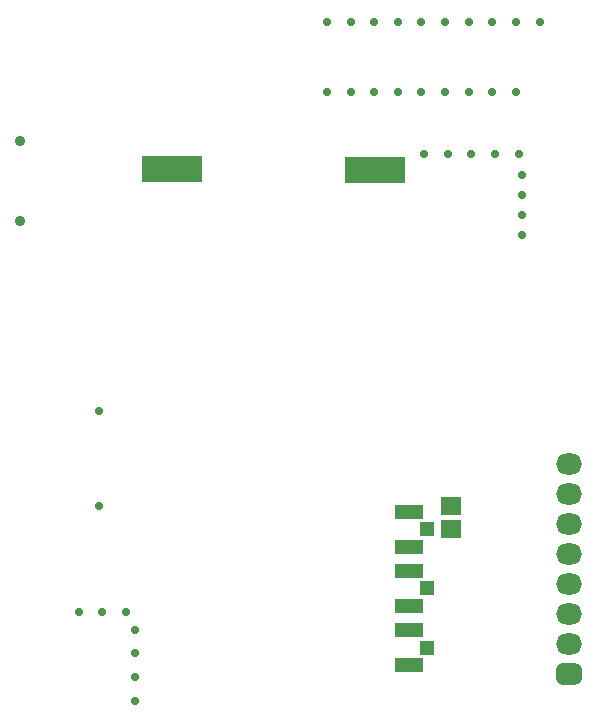
<source format=gbr>
G04*
G04 #@! TF.GenerationSoftware,Altium Limited,Altium Designer,25.8.1 (18)*
G04*
G04 Layer_Color=16711935*
%FSLAX25Y25*%
%MOIN*%
G70*
G04*
G04 #@! TF.SameCoordinates,A86E57CF-C6E6-4710-AEDF-4A901DF70E31*
G04*
G04*
G04 #@! TF.FilePolarity,Negative*
G04*
G01*
G75*
%ADD47R,0.07099X0.05918*%
%ADD50R,0.20485X0.08674*%
%ADD51R,0.09461X0.04934*%
%ADD54R,0.04934X0.04737*%
%ADD58R,0.20485X0.08674*%
%ADD59C,0.03543*%
%ADD60C,0.02769*%
%ADD73O,0.08674X0.07099*%
G04:AMPARAMS|DCode=74|XSize=70.99mil|YSize=86.74mil|CornerRadius=19.75mil|HoleSize=0mil|Usage=FLASHONLY|Rotation=90.000|XOffset=0mil|YOffset=0mil|HoleType=Round|Shape=RoundedRectangle|*
%AMROUNDEDRECTD74*
21,1,0.07099,0.04724,0,0,90.0*
21,1,0.03150,0.08674,0,0,90.0*
1,1,0.03950,0.02362,0.01575*
1,1,0.03950,0.02362,-0.01575*
1,1,0.03950,-0.02362,-0.01575*
1,1,0.03950,-0.02362,0.01575*
%
%ADD74ROUNDEDRECTD74*%
D47*
X151575Y70669D02*
D03*
Y63189D02*
D03*
D50*
X126390Y182852D02*
D03*
D51*
X137795Y49114D02*
D03*
Y37500D02*
D03*
Y57185D02*
D03*
Y68799D02*
D03*
Y17815D02*
D03*
Y29429D02*
D03*
D54*
X143799Y43307D02*
D03*
Y23622D02*
D03*
Y62992D02*
D03*
D58*
X58650Y183289D02*
D03*
D59*
X7874Y165748D02*
D03*
Y192520D02*
D03*
D60*
X46260Y29528D02*
D03*
Y21654D02*
D03*
Y13780D02*
D03*
Y5906D02*
D03*
X43307Y35433D02*
D03*
X35433D02*
D03*
X27559D02*
D03*
X174213Y187992D02*
D03*
X166339D02*
D03*
X158465D02*
D03*
X150591D02*
D03*
X142717D02*
D03*
X175197Y181271D02*
D03*
Y174522D02*
D03*
Y167773D02*
D03*
Y161024D02*
D03*
X34449Y70866D02*
D03*
Y102362D02*
D03*
X110331Y208661D02*
D03*
Y232283D02*
D03*
X118205Y208661D02*
D03*
Y232283D02*
D03*
X126079Y208661D02*
D03*
Y232283D02*
D03*
X133953Y208661D02*
D03*
Y232283D02*
D03*
X141827Y208661D02*
D03*
Y232283D02*
D03*
X149701Y208661D02*
D03*
Y232283D02*
D03*
X157575Y208661D02*
D03*
Y232283D02*
D03*
X165449Y208661D02*
D03*
Y232283D02*
D03*
X173323D02*
D03*
Y208661D02*
D03*
X181197Y232283D02*
D03*
D73*
X190945Y84803D02*
D03*
Y24803D02*
D03*
Y74803D02*
D03*
Y64803D02*
D03*
Y44803D02*
D03*
Y54803D02*
D03*
Y34803D02*
D03*
D74*
Y14803D02*
D03*
M02*

</source>
